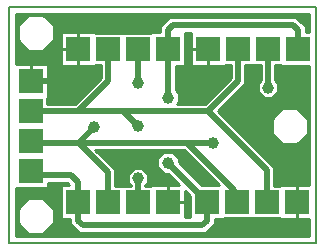
<source format=gbr>
G04 PROTEUS GERBER X2 FILE*
%TF.GenerationSoftware,Labcenter,Proteus,8.12-SP2-Build31155*%
%TF.CreationDate,2022-11-25T14:17:09+00:00*%
%TF.FileFunction,Copper,L2,Bot*%
%TF.FilePolarity,Positive*%
%TF.Part,Single*%
%TF.SameCoordinates,{346e540b-2083-415b-b033-3a3a66599278}*%
%FSLAX45Y45*%
%MOMM*%
G01*
%TA.AperFunction,Conductor*%
%ADD10C,0.500000*%
%TA.AperFunction,ViaPad*%
%ADD11C,1.000000*%
%TA.AperFunction,Conductor*%
%ADD12C,0.254000*%
%TA.AperFunction,ComponentPad*%
%ADD13R,2.032000X2.032000*%
%TA.AperFunction,Profile*%
%ADD14C,0.203200*%
%TD.AperFunction*%
G36*
X-3447960Y+4794779D02*
X-3471821Y+4794779D01*
X-3471821Y+4845741D01*
X-3511759Y+4885679D01*
X-3511761Y+4885679D01*
X-3554261Y+4928179D01*
X-4623741Y+4928179D01*
X-4663679Y+4888241D01*
X-4663679Y+4888239D01*
X-4706179Y+4845739D01*
X-4706179Y+4794779D01*
X-4782779Y+4794779D01*
X-4782779Y+4784619D01*
X-5255221Y+4784619D01*
X-5255221Y+4794779D01*
X-5544779Y+4794779D01*
X-5544779Y+4505221D01*
X-5255221Y+4505221D01*
X-5255221Y+4515381D01*
X-5204019Y+4515381D01*
X-5204019Y+4404031D01*
X-5424031Y+4184019D01*
X-5665381Y+4184019D01*
X-5665381Y+4235221D01*
X-5655221Y+4235221D01*
X-5655221Y+4524779D01*
X-5926040Y+4524779D01*
X-5926040Y+4951040D01*
X-3447960Y+4951040D01*
X-3447960Y+4794779D01*
G37*
%LPC*%
G36*
X-5910799Y+4727537D02*
X-5910799Y+4852463D01*
X-5822463Y+4940799D01*
X-5697537Y+4940799D01*
X-5609201Y+4852463D01*
X-5609201Y+4727537D01*
X-5697537Y+4639201D01*
X-5822463Y+4639201D01*
X-5910799Y+4727537D01*
G37*
G36*
X-5582700Y+4362313D02*
X-5582700Y+4397687D01*
X-5557687Y+4422700D01*
X-5522313Y+4422700D01*
X-5497300Y+4397687D01*
X-5497300Y+4362313D01*
X-5522313Y+4337300D01*
X-5557687Y+4337300D01*
X-5582700Y+4362313D01*
G37*
%LPD*%
G36*
X-3684779Y+4505221D02*
X-3447960Y+4505221D01*
X-3447960Y+3504779D01*
X-3694779Y+3504779D01*
X-3694779Y+3494619D01*
X-3745981Y+3494619D01*
X-3745981Y+3652031D01*
X-4219950Y+4126000D01*
X-3989981Y+4355968D01*
X-3989981Y+4515381D01*
X-3852019Y+4515381D01*
X-3852019Y+4388980D01*
X-3879559Y+4361440D01*
X-3879559Y+4290560D01*
X-3829440Y+4240441D01*
X-3758560Y+4240441D01*
X-3708441Y+4290560D01*
X-3708441Y+4361440D01*
X-3735981Y+4388980D01*
X-3735981Y+4515381D01*
X-3684779Y+4515381D01*
X-3684779Y+4505221D01*
G37*
%LPC*%
G36*
X-3760799Y+3937537D02*
X-3760799Y+4062463D01*
X-3672463Y+4150799D01*
X-3547537Y+4150799D01*
X-3459201Y+4062463D01*
X-3459201Y+3937537D01*
X-3547537Y+3849201D01*
X-3672463Y+3849201D01*
X-3760799Y+3937537D01*
G37*
%LPD*%
G36*
X-5476197Y+3504779D02*
X-5544779Y+3504779D01*
X-5544779Y+3215221D01*
X-5468179Y+3215221D01*
X-5468179Y+3169261D01*
X-5430679Y+3131761D01*
X-5430679Y+3131759D01*
X-5390741Y+3091821D01*
X-4321261Y+3091821D01*
X-4283761Y+3129321D01*
X-4283759Y+3129321D01*
X-4243821Y+3169259D01*
X-4243821Y+3215221D01*
X-4167221Y+3215221D01*
X-4167221Y+3225381D01*
X-3694779Y+3225381D01*
X-3694779Y+3215221D01*
X-3447960Y+3215221D01*
X-3447960Y+3072960D01*
X-5926040Y+3072960D01*
X-5926040Y+3473221D01*
X-5655221Y+3473221D01*
X-5655221Y+3521821D01*
X-5493239Y+3521821D01*
X-5476197Y+3504779D01*
G37*
%LPC*%
G36*
X-5910799Y+3177537D02*
X-5910799Y+3302463D01*
X-5822463Y+3390799D01*
X-5697537Y+3390799D01*
X-5609201Y+3302463D01*
X-5609201Y+3177537D01*
X-5697537Y+3089201D01*
X-5822463Y+3089201D01*
X-5910799Y+3177537D01*
G37*
%LPD*%
G36*
X-4446779Y+4505221D02*
X-4157221Y+4505221D01*
X-4157221Y+4515381D01*
X-4106019Y+4515381D01*
X-4106019Y+4404031D01*
X-4326031Y+4184019D01*
X-4561466Y+4184019D01*
X-4544821Y+4200664D01*
X-4544821Y+4277856D01*
X-4569821Y+4302856D01*
X-4569821Y+4505221D01*
X-4493221Y+4505221D01*
X-4493221Y+4791821D01*
X-4446779Y+4791821D01*
X-4446779Y+4505221D01*
G37*
G36*
X-4206829Y+3504779D02*
X-4356511Y+3504779D01*
X-4360900Y+3509318D01*
X-4544821Y+3693239D01*
X-4544821Y+3728596D01*
X-4599404Y+3783179D01*
X-4676596Y+3783179D01*
X-4731179Y+3728596D01*
X-4731179Y+3651404D01*
X-4676596Y+3596821D01*
X-4641239Y+3596821D01*
X-4549197Y+3504779D01*
X-4782779Y+3504779D01*
X-4782779Y+3494619D01*
X-4833981Y+3494619D01*
X-4833981Y+3497020D01*
X-4806441Y+3524560D01*
X-4806441Y+3595440D01*
X-4856560Y+3645559D01*
X-4927440Y+3645559D01*
X-4977559Y+3595440D01*
X-4977559Y+3524560D01*
X-4950019Y+3497020D01*
X-4950019Y+3494619D01*
X-5087981Y+3494619D01*
X-5087981Y+3634032D01*
X-5121969Y+3668019D01*
X-5255931Y+3801981D01*
X-4504031Y+3801981D01*
X-4206829Y+3504779D01*
G37*
G36*
X-4458396Y+3413978D02*
X-4456779Y+3412278D01*
X-4456779Y+3228179D01*
X-4493221Y+3228179D01*
X-4493221Y+3448803D01*
X-4458396Y+3413978D01*
G37*
D10*
X-4638000Y+4650000D02*
X-4638000Y+4817500D01*
X-4595500Y+4860000D01*
X-3582500Y+4860000D01*
X-3540000Y+4817500D01*
X-3540000Y+4650000D01*
X-5400000Y+3360000D02*
X-5400000Y+3197500D01*
X-5362500Y+3160000D01*
X-4349500Y+3160000D01*
X-4312000Y+3197500D01*
X-4312000Y+3360000D01*
X-5146000Y+4380000D02*
X-5146000Y+4650000D01*
X-5146000Y+3610000D02*
X-5146000Y+3360000D01*
X-5800000Y+3872000D02*
X-5698400Y+3860000D01*
X-5396000Y+3860000D01*
X-5146000Y+3610000D01*
X-5400000Y+4126000D02*
X-5146000Y+4380000D01*
X-4048000Y+4380000D02*
X-4048000Y+4650000D01*
X-4302000Y+4126000D02*
X-3804000Y+3628000D01*
X-3804000Y+3360000D01*
X-4302000Y+4126000D02*
X-4048000Y+4380000D01*
X-5020000Y+4126000D02*
X-4302000Y+4126000D01*
X-4892000Y+3360000D02*
X-4892000Y+3560000D01*
X-4892000Y+3998000D02*
X-5020000Y+4126000D01*
X-5400000Y+4126000D01*
X-5800000Y+4126000D01*
X-5396000Y+3860000D02*
X-5266000Y+3990000D01*
X-4892000Y+4364000D02*
X-4892000Y+4650000D01*
X-4480000Y+3860000D02*
X-4260000Y+3860000D01*
X-3794000Y+4326000D02*
X-3794000Y+4650000D01*
X-5396000Y+3860000D02*
X-4480000Y+3860000D01*
X-4081600Y+3461600D01*
X-4058000Y+3360000D01*
X-5800000Y+4380000D02*
X-5540000Y+4380000D01*
X-5800000Y+3618000D02*
X-5698400Y+3590000D01*
X-5465000Y+3590000D01*
X-5400000Y+3525000D01*
X-5400000Y+3360000D01*
X-4638000Y+4650000D02*
X-4638000Y+4239260D01*
X-4638000Y+3690000D02*
X-4409600Y+3461600D01*
X-4312000Y+3360000D01*
D11*
X-4892000Y+3560000D03*
X-4892000Y+3998000D03*
X-5266000Y+3990000D03*
X-4892000Y+4364000D03*
X-4260000Y+3860000D03*
X-3794000Y+4326000D03*
X-5540000Y+4380000D03*
X-4638000Y+4239260D03*
X-4638000Y+3690000D03*
D12*
X-3447960Y+4794779D02*
X-3471821Y+4794779D01*
X-3471821Y+4845741D01*
X-3511759Y+4885679D01*
X-3511761Y+4885679D01*
X-3554261Y+4928179D01*
X-4623741Y+4928179D01*
X-4663679Y+4888241D01*
X-4663679Y+4888239D01*
X-4706179Y+4845739D01*
X-4706179Y+4794779D01*
X-4782779Y+4794779D01*
X-4782779Y+4784619D01*
X-5255221Y+4784619D01*
X-5255221Y+4794779D01*
X-5544779Y+4794779D01*
X-5544779Y+4505221D01*
X-5255221Y+4505221D01*
X-5255221Y+4515381D01*
X-5204019Y+4515381D01*
X-5204019Y+4404031D01*
X-5424031Y+4184019D01*
X-5665381Y+4184019D01*
X-5665381Y+4235221D01*
X-5655221Y+4235221D01*
X-5655221Y+4524779D01*
X-5926040Y+4524779D01*
X-5926040Y+4951040D01*
X-3447960Y+4951040D01*
X-3447960Y+4794779D01*
X-5910799Y+4727537D02*
X-5910799Y+4852463D01*
X-5822463Y+4940799D01*
X-5697537Y+4940799D01*
X-5609201Y+4852463D01*
X-5609201Y+4727537D01*
X-5697537Y+4639201D01*
X-5822463Y+4639201D01*
X-5910799Y+4727537D01*
X-5582700Y+4362313D02*
X-5582700Y+4397687D01*
X-5557687Y+4422700D01*
X-5522313Y+4422700D01*
X-5497300Y+4397687D01*
X-5497300Y+4362313D01*
X-5522313Y+4337300D01*
X-5557687Y+4337300D01*
X-5582700Y+4362313D01*
X-3684779Y+4505221D02*
X-3447960Y+4505221D01*
X-3447960Y+3504779D01*
X-3694779Y+3504779D01*
X-3694779Y+3494619D01*
X-3745981Y+3494619D01*
X-3745981Y+3652031D01*
X-4219950Y+4126000D01*
X-3989981Y+4355968D01*
X-3989981Y+4515381D01*
X-3852019Y+4515381D01*
X-3852019Y+4388980D01*
X-3879559Y+4361440D01*
X-3879559Y+4290560D01*
X-3829440Y+4240441D01*
X-3758560Y+4240441D01*
X-3708441Y+4290560D01*
X-3708441Y+4361440D01*
X-3735981Y+4388980D01*
X-3735981Y+4515381D01*
X-3684779Y+4515381D01*
X-3684779Y+4505221D01*
X-3760799Y+3937537D02*
X-3760799Y+4062463D01*
X-3672463Y+4150799D01*
X-3547537Y+4150799D01*
X-3459201Y+4062463D01*
X-3459201Y+3937537D01*
X-3547537Y+3849201D01*
X-3672463Y+3849201D01*
X-3760799Y+3937537D01*
X-5476197Y+3504779D02*
X-5544779Y+3504779D01*
X-5544779Y+3215221D01*
X-5468179Y+3215221D01*
X-5468179Y+3169261D01*
X-5430679Y+3131761D01*
X-5430679Y+3131759D01*
X-5390741Y+3091821D01*
X-4321261Y+3091821D01*
X-4283761Y+3129321D01*
X-4283759Y+3129321D01*
X-4243821Y+3169259D01*
X-4243821Y+3215221D01*
X-4167221Y+3215221D01*
X-4167221Y+3225381D01*
X-3694779Y+3225381D01*
X-3694779Y+3215221D01*
X-3447960Y+3215221D01*
X-3447960Y+3072960D01*
X-5926040Y+3072960D01*
X-5926040Y+3473221D01*
X-5655221Y+3473221D01*
X-5655221Y+3521821D01*
X-5493239Y+3521821D01*
X-5476197Y+3504779D01*
X-5910799Y+3177537D02*
X-5910799Y+3302463D01*
X-5822463Y+3390799D01*
X-5697537Y+3390799D01*
X-5609201Y+3302463D01*
X-5609201Y+3177537D01*
X-5697537Y+3089201D01*
X-5822463Y+3089201D01*
X-5910799Y+3177537D01*
X-4446779Y+4505221D02*
X-4157221Y+4505221D01*
X-4157221Y+4515381D01*
X-4106019Y+4515381D01*
X-4106019Y+4404031D01*
X-4326031Y+4184019D01*
X-4561466Y+4184019D01*
X-4544821Y+4200664D01*
X-4544821Y+4277856D01*
X-4569821Y+4302856D01*
X-4569821Y+4505221D01*
X-4493221Y+4505221D01*
X-4493221Y+4791821D01*
X-4446779Y+4791821D01*
X-4446779Y+4505221D01*
X-4206829Y+3504779D02*
X-4356511Y+3504779D01*
X-4360900Y+3509318D01*
X-4544821Y+3693239D01*
X-4544821Y+3728596D01*
X-4599404Y+3783179D01*
X-4676596Y+3783179D01*
X-4731179Y+3728596D01*
X-4731179Y+3651404D01*
X-4676596Y+3596821D01*
X-4641239Y+3596821D01*
X-4549197Y+3504779D01*
X-4782779Y+3504779D01*
X-4782779Y+3494619D01*
X-4833981Y+3494619D01*
X-4833981Y+3497020D01*
X-4806441Y+3524560D01*
X-4806441Y+3595440D01*
X-4856560Y+3645559D01*
X-4927440Y+3645559D01*
X-4977559Y+3595440D01*
X-4977559Y+3524560D01*
X-4950019Y+3497020D01*
X-4950019Y+3494619D01*
X-5087981Y+3494619D01*
X-5087981Y+3634032D01*
X-5121969Y+3668019D01*
X-5255931Y+3801981D01*
X-4504031Y+3801981D01*
X-4206829Y+3504779D01*
X-4458396Y+3413978D02*
X-4456779Y+3412278D01*
X-4456779Y+3228179D01*
X-4493221Y+3228179D01*
X-4493221Y+3448803D01*
X-4458396Y+3413978D01*
X-5800000Y+4524779D02*
X-5800000Y+4380000D01*
X-5655221Y+4380000D02*
X-5800000Y+4380000D01*
X-4493221Y+3360000D02*
X-4638000Y+3360000D01*
X-4638000Y+3504779D02*
X-4638000Y+3360000D01*
X-5544779Y+4650000D02*
X-5400000Y+4650000D01*
X-5400000Y+4794779D02*
X-5400000Y+4650000D01*
X-5400000Y+4505221D02*
X-5400000Y+4650000D01*
X-4446779Y+4650000D02*
X-4302000Y+4650000D01*
X-4302000Y+4505221D02*
X-4302000Y+4650000D01*
X-3550000Y+3215221D02*
X-3550000Y+3360000D01*
X-3550000Y+3504779D02*
X-3550000Y+3360000D01*
D13*
X-5800000Y+4380000D03*
X-5800000Y+4126000D03*
X-5800000Y+3872000D03*
X-5800000Y+3618000D03*
X-5400000Y+3360000D03*
X-5146000Y+3360000D03*
X-4892000Y+3360000D03*
X-4638000Y+3360000D03*
X-4638000Y+4650000D03*
X-4892000Y+4650000D03*
X-5146000Y+4650000D03*
X-5400000Y+4650000D03*
X-3540000Y+4650000D03*
X-3794000Y+4650000D03*
X-4048000Y+4650000D03*
X-4302000Y+4650000D03*
X-4312000Y+3360000D03*
X-4058000Y+3360000D03*
X-3804000Y+3360000D03*
X-3550000Y+3360000D03*
D14*
X-5987000Y+3012000D02*
X-3387000Y+3012000D01*
X-3387000Y+5012000D01*
X-5987000Y+5012000D01*
X-5987000Y+3012000D01*
M02*

</source>
